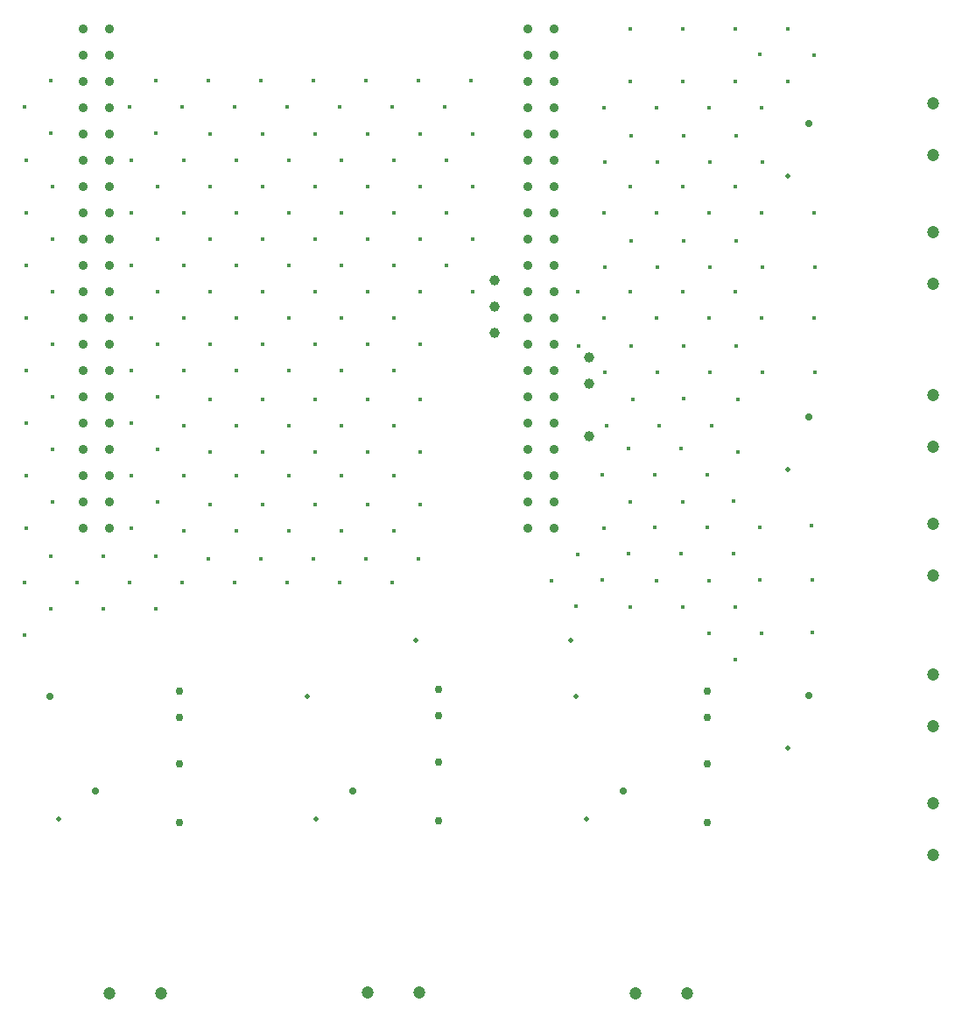
<source format=gbr>
G04 Layer_Color=0*
%FSLAX26Y26*%
%MOIN*%
%TF.FileFunction,Plated,1,2,PTH,Drill*%
%TF.Part,Single*%
G01*
G75*
%TA.AperFunction,ComponentDrill*%
%ADD71C,0.047244*%
%TA.AperFunction,OtherDrill,Pad Free-7 (2320mil,2180mil)*%
%ADD72C,0.039370*%
%TA.AperFunction,OtherDrill,Pad Free-7 (2320mil,2380mil)*%
%ADD73C,0.039370*%
%TA.AperFunction,OtherDrill,Pad Free-7 (2320mil,2480mil)*%
%ADD74C,0.039370*%
%TA.AperFunction,ComponentDrill*%
%ADD75C,0.035433*%
%ADD76C,0.030000*%
%ADD77C,0.047244*%
%TA.AperFunction,OtherDrill,Pad Free-5 (1960mil,2775mil)*%
%ADD78C,0.039370*%
%TA.AperFunction,OtherDrill,Pad Free-6 (1960mil,2675mil)*%
%ADD79C,0.039370*%
%TA.AperFunction,OtherDrill,Pad Free-7 (1960mil,2575mil)*%
%ADD80C,0.039370*%
%TA.AperFunction,ViaDrill,NotFilled*%
%ADD81C,0.015000*%
%ADD82C,0.028000*%
%ADD83C,0.020000*%
D71*
X3627665Y783425D02*
D03*
Y586575D02*
D03*
X3627665Y1273425D02*
D03*
Y1076575D02*
D03*
X3627666Y1848425D02*
D03*
Y1651575D02*
D03*
Y2337425D02*
D03*
Y2140575D02*
D03*
Y2958425D02*
D03*
Y2761575D02*
D03*
X3627665Y3448425D02*
D03*
Y3251575D02*
D03*
D72*
X2320000Y2180000D02*
D03*
D73*
Y2380000D02*
D03*
D74*
Y2480000D02*
D03*
D75*
X2185000Y1830000D02*
D03*
Y1930000D02*
D03*
Y2030000D02*
D03*
Y2130000D02*
D03*
Y2230000D02*
D03*
Y2330000D02*
D03*
Y2430000D02*
D03*
Y2530000D02*
D03*
Y2630000D02*
D03*
Y2730000D02*
D03*
Y2830000D02*
D03*
Y2930000D02*
D03*
Y3030000D02*
D03*
Y3130000D02*
D03*
Y3230000D02*
D03*
Y3330000D02*
D03*
Y3430000D02*
D03*
Y3530000D02*
D03*
Y3630000D02*
D03*
Y3730000D02*
D03*
X2085000Y1830000D02*
D03*
Y1930000D02*
D03*
Y2030000D02*
D03*
Y2130000D02*
D03*
Y2230000D02*
D03*
Y2330000D02*
D03*
Y2430000D02*
D03*
Y2530000D02*
D03*
Y2630000D02*
D03*
Y2730000D02*
D03*
Y2830000D02*
D03*
Y2930000D02*
D03*
Y3030000D02*
D03*
Y3130000D02*
D03*
Y3230000D02*
D03*
Y3330000D02*
D03*
Y3430000D02*
D03*
Y3530000D02*
D03*
Y3630000D02*
D03*
Y3730000D02*
D03*
X492087Y1830000D02*
D03*
X392087Y3730000D02*
D03*
Y3630000D02*
D03*
Y3530000D02*
D03*
Y3430000D02*
D03*
Y3330000D02*
D03*
Y3230000D02*
D03*
Y3130000D02*
D03*
Y3030000D02*
D03*
Y2930000D02*
D03*
Y2830000D02*
D03*
Y2730000D02*
D03*
Y2630000D02*
D03*
Y2530000D02*
D03*
Y2430000D02*
D03*
Y2330000D02*
D03*
Y2230000D02*
D03*
Y2130000D02*
D03*
Y2030000D02*
D03*
Y1930000D02*
D03*
Y1830000D02*
D03*
X492087Y3730000D02*
D03*
Y3630000D02*
D03*
Y3530000D02*
D03*
Y3430000D02*
D03*
Y3330000D02*
D03*
Y3230000D02*
D03*
Y3130000D02*
D03*
Y3030000D02*
D03*
Y2930000D02*
D03*
Y2830000D02*
D03*
Y2730000D02*
D03*
Y2630000D02*
D03*
Y2530000D02*
D03*
Y2430000D02*
D03*
Y2330000D02*
D03*
Y2230000D02*
D03*
Y2130000D02*
D03*
Y2030000D02*
D03*
Y1930000D02*
D03*
D76*
X1744370Y715591D02*
D03*
Y940000D02*
D03*
Y1115591D02*
D03*
Y1215591D02*
D03*
X760000Y710591D02*
D03*
Y935000D02*
D03*
Y1110591D02*
D03*
Y1210591D02*
D03*
X2770000Y710591D02*
D03*
Y935000D02*
D03*
Y1110591D02*
D03*
Y1210591D02*
D03*
D77*
X2693425Y60000D02*
D03*
X2496575D02*
D03*
X1672795Y65000D02*
D03*
X1475945D02*
D03*
X688425Y60000D02*
D03*
X491575D02*
D03*
D78*
X1960000Y2775000D02*
D03*
D79*
Y2675000D02*
D03*
D80*
Y2575000D02*
D03*
D81*
X3170000Y1435000D02*
D03*
Y1635000D02*
D03*
X3165000Y1840000D02*
D03*
X3180000Y2425000D02*
D03*
X3175000Y2630000D02*
D03*
X3180000Y2825000D02*
D03*
X3175000Y3030000D02*
D03*
Y3630000D02*
D03*
X3075000Y3530000D02*
D03*
X2970000Y3635000D02*
D03*
X3075000Y3730000D02*
D03*
X2875000D02*
D03*
X2675000D02*
D03*
X2475000D02*
D03*
X2175000Y1630000D02*
D03*
X2275000Y1730000D02*
D03*
X2270000Y1535000D02*
D03*
X2475000Y1530000D02*
D03*
X2370000Y1635000D02*
D03*
X2375000Y1830000D02*
D03*
X2875000Y1330000D02*
D03*
X2775000Y1430000D02*
D03*
X2675000Y1530000D02*
D03*
X2975000Y1430000D02*
D03*
X2875000Y1530000D02*
D03*
X2970000Y1635000D02*
D03*
X2870000Y1735000D02*
D03*
X2970000Y1835000D02*
D03*
X2870000Y1935000D02*
D03*
X2770000Y2035000D02*
D03*
X2885000Y2120000D02*
D03*
X2680000Y2325000D02*
D03*
X2975000Y2630000D02*
D03*
X2980000Y2425000D02*
D03*
X2885000Y2320000D02*
D03*
X2785000Y2220000D02*
D03*
X2385000D02*
D03*
X2485000Y2320000D02*
D03*
X2585000Y2220000D02*
D03*
X2670000Y1735000D02*
D03*
X2770000Y1835000D02*
D03*
X2775000Y1630000D02*
D03*
X2470000Y1735000D02*
D03*
X2570000Y1835000D02*
D03*
X2575000Y1630000D02*
D03*
X2570000Y2035000D02*
D03*
X2670000Y2135000D02*
D03*
X2675000Y1930000D02*
D03*
X2370000Y2035000D02*
D03*
X2470000Y2135000D02*
D03*
X2475000Y1930000D02*
D03*
X2280000Y2525000D02*
D03*
X2275000Y2730000D02*
D03*
X2480000Y2525000D02*
D03*
X2475000Y2730000D02*
D03*
X2375000Y2630000D02*
D03*
X2380000Y2425000D02*
D03*
X2680000Y2525000D02*
D03*
X2675000Y2730000D02*
D03*
X2575000Y2630000D02*
D03*
X2580000Y2425000D02*
D03*
X2880000Y2525000D02*
D03*
X2875000Y2730000D02*
D03*
X2775000Y2630000D02*
D03*
X2780000Y2425000D02*
D03*
X2480000Y2925000D02*
D03*
X2475000Y3130000D02*
D03*
X2375000Y3030000D02*
D03*
X2380000Y2825000D02*
D03*
X2680000Y2925000D02*
D03*
X2675000Y3130000D02*
D03*
X2575000Y3030000D02*
D03*
X2580000Y2825000D02*
D03*
X2880000Y2925000D02*
D03*
X2875000Y3130000D02*
D03*
X2775000Y3030000D02*
D03*
X2780000Y2825000D02*
D03*
X2975000Y3030000D02*
D03*
X2980000Y2825000D02*
D03*
X2480000Y3325000D02*
D03*
X2475000Y3530000D02*
D03*
X2375000Y3430000D02*
D03*
X2380000Y3225000D02*
D03*
X2680000Y3325000D02*
D03*
X2675000Y3530000D02*
D03*
X2575000Y3430000D02*
D03*
X2580000Y3225000D02*
D03*
X2880000Y3325000D02*
D03*
X2875000Y3530000D02*
D03*
X2775000Y3430000D02*
D03*
X2780000Y3225000D02*
D03*
X2975000Y3430000D02*
D03*
X2980000Y3225000D02*
D03*
X1775000Y2830000D02*
D03*
Y3030000D02*
D03*
Y3230000D02*
D03*
X1770000Y3435000D02*
D03*
X1870000Y3535000D02*
D03*
X1875000Y3330000D02*
D03*
Y3130000D02*
D03*
Y2730000D02*
D03*
Y2930000D02*
D03*
X1570000Y1625000D02*
D03*
X1575000Y2030000D02*
D03*
Y2430000D02*
D03*
Y2830000D02*
D03*
Y2630000D02*
D03*
Y3030000D02*
D03*
Y3230000D02*
D03*
X1570000Y3435000D02*
D03*
X1670000Y3535000D02*
D03*
X1675000Y3330000D02*
D03*
Y3130000D02*
D03*
Y2730000D02*
D03*
Y2930000D02*
D03*
Y2530000D02*
D03*
X1575000Y2220000D02*
D03*
Y1820000D02*
D03*
X1675000Y2320000D02*
D03*
Y2120000D02*
D03*
Y1920000D02*
D03*
X1670000Y1715000D02*
D03*
X1370000Y1625000D02*
D03*
X1375000Y2030000D02*
D03*
Y2430000D02*
D03*
Y2830000D02*
D03*
Y2630000D02*
D03*
Y3030000D02*
D03*
Y3230000D02*
D03*
X1370000Y3435000D02*
D03*
X1470000Y3535000D02*
D03*
X1475000Y3330000D02*
D03*
Y3130000D02*
D03*
Y2730000D02*
D03*
Y2930000D02*
D03*
Y2530000D02*
D03*
X1375000Y2220000D02*
D03*
Y1820000D02*
D03*
X1475000Y2320000D02*
D03*
Y2120000D02*
D03*
Y1920000D02*
D03*
X1470000Y1715000D02*
D03*
X1170000Y1625000D02*
D03*
X1175000Y2030000D02*
D03*
Y2430000D02*
D03*
Y2830000D02*
D03*
Y2630000D02*
D03*
Y3030000D02*
D03*
Y3230000D02*
D03*
X1170000Y3435000D02*
D03*
X1270000Y3535000D02*
D03*
X1275000Y3330000D02*
D03*
Y3130000D02*
D03*
Y2730000D02*
D03*
Y2930000D02*
D03*
Y2530000D02*
D03*
X1175000Y2220000D02*
D03*
Y1820000D02*
D03*
X1275000Y2320000D02*
D03*
Y2120000D02*
D03*
Y1920000D02*
D03*
X1270000Y1715000D02*
D03*
X970000Y1625000D02*
D03*
X975000Y2030000D02*
D03*
Y2430000D02*
D03*
Y2830000D02*
D03*
Y2630000D02*
D03*
Y3030000D02*
D03*
Y3230000D02*
D03*
X970000Y3435000D02*
D03*
X1070000Y3535000D02*
D03*
X1075000Y3330000D02*
D03*
Y3130000D02*
D03*
Y2730000D02*
D03*
Y2930000D02*
D03*
Y2530000D02*
D03*
X975000Y2220000D02*
D03*
Y1820000D02*
D03*
X1075000Y2320000D02*
D03*
Y2120000D02*
D03*
Y1920000D02*
D03*
X1070000Y1715000D02*
D03*
X870000D02*
D03*
X875000Y1920000D02*
D03*
Y2120000D02*
D03*
Y2320000D02*
D03*
X775000Y1820000D02*
D03*
Y2220000D02*
D03*
X875000Y2530000D02*
D03*
Y2930000D02*
D03*
Y2730000D02*
D03*
Y3130000D02*
D03*
Y3330000D02*
D03*
X870000Y3535000D02*
D03*
X770000Y3435000D02*
D03*
X775000Y3230000D02*
D03*
Y3030000D02*
D03*
Y2630000D02*
D03*
X575000Y1830000D02*
D03*
Y2230000D02*
D03*
Y3030000D02*
D03*
X670000Y3535000D02*
D03*
X570000Y3435000D02*
D03*
X670000Y3335000D02*
D03*
X575000Y3230000D02*
D03*
X675000Y3130000D02*
D03*
X575000Y2630000D02*
D03*
X270000Y3535000D02*
D03*
Y3335000D02*
D03*
X170000Y3435000D02*
D03*
X175000Y3230000D02*
D03*
Y3030000D02*
D03*
X275000Y3130000D02*
D03*
X575000Y2830000D02*
D03*
X675000Y2930000D02*
D03*
Y2730000D02*
D03*
X775000Y2830000D02*
D03*
X575000Y2430000D02*
D03*
X675000Y2530000D02*
D03*
Y2330000D02*
D03*
X775000Y2430000D02*
D03*
X575000Y2030000D02*
D03*
X675000Y2130000D02*
D03*
Y1930000D02*
D03*
X775000Y2030000D02*
D03*
X770000Y1625000D02*
D03*
X670000Y1525000D02*
D03*
Y1725000D02*
D03*
X570000Y1625000D02*
D03*
X470000Y1525000D02*
D03*
Y1725000D02*
D03*
X370000Y1625000D02*
D03*
X270000Y1725000D02*
D03*
X170000Y1625000D02*
D03*
X270000Y1525000D02*
D03*
X170000Y1425000D02*
D03*
X275000Y2130000D02*
D03*
X175000Y2030000D02*
D03*
X275000Y1930000D02*
D03*
X175000Y1830000D02*
D03*
X275000Y2530000D02*
D03*
X175000Y2430000D02*
D03*
X275000Y2330000D02*
D03*
X175000Y2230000D02*
D03*
X275000Y2930000D02*
D03*
X175000Y2830000D02*
D03*
X275000Y2730000D02*
D03*
X175000Y2630000D02*
D03*
D82*
X3155000Y1195000D02*
D03*
Y2255000D02*
D03*
Y3370000D02*
D03*
X440000Y830000D02*
D03*
X1420000D02*
D03*
X2450000D02*
D03*
X265000Y1190000D02*
D03*
D83*
X3075000Y3170000D02*
D03*
Y2055000D02*
D03*
Y995000D02*
D03*
X297598Y722598D02*
D03*
X1277598D02*
D03*
X2307598D02*
D03*
X2270000Y1190000D02*
D03*
X1245000D02*
D03*
X1659370Y1404370D02*
D03*
X2250000Y1405000D02*
D03*
%TF.MD5,6f62835a02b179b76c77ebb2188ae096*%
M02*

</source>
